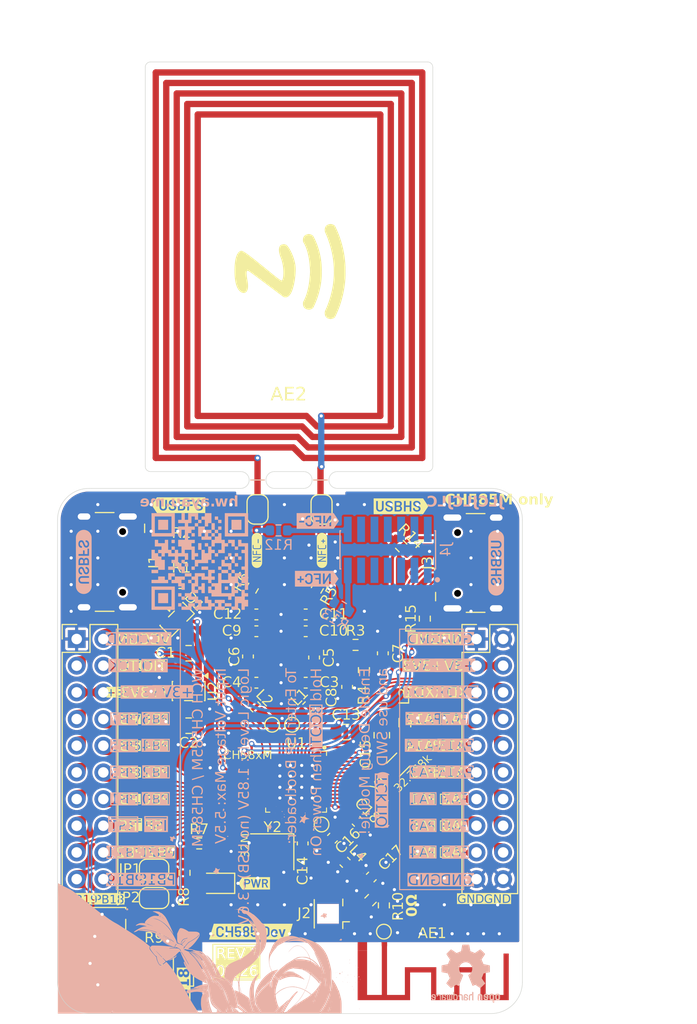
<source format=kicad_pcb>
(kicad_pcb
	(version 20241229)
	(generator "pcbnew")
	(generator_version "9.0")
	(general
		(thickness 1.6)
		(legacy_teardrops no)
	)
	(paper "A5")
	(title_block
		(date "2026-02-15")
		(rev "B")
	)
	(layers
		(0 "F.Cu" signal)
		(2 "B.Cu" signal)
		(9 "F.Adhes" user "F.Adhesive")
		(11 "B.Adhes" user "B.Adhesive")
		(13 "F.Paste" user)
		(15 "B.Paste" user)
		(5 "F.SilkS" user "F.Silkscreen")
		(7 "B.SilkS" user "B.Silkscreen")
		(1 "F.Mask" user)
		(3 "B.Mask" user)
		(17 "Dwgs.User" user "User.Drawings")
		(19 "Cmts.User" user "User.Comments")
		(21 "Eco1.User" user "User.Eco1")
		(23 "Eco2.User" user "User.Eco2")
		(25 "Edge.Cuts" user)
		(27 "Margin" user)
		(31 "F.CrtYd" user "F.Courtyard")
		(29 "B.CrtYd" user "B.Courtyard")
		(35 "F.Fab" user)
		(33 "B.Fab" user)
		(39 "User.1" user)
		(41 "User.2" user)
		(43 "User.3" user)
		(45 "User.4" user)
	)
	(setup
		(stackup
			(layer "F.SilkS"
				(type "Top Silk Screen")
			)
			(layer "F.Paste"
				(type "Top Solder Paste")
			)
			(layer "F.Mask"
				(type "Top Solder Mask")
				(thickness 0.01)
			)
			(layer "F.Cu"
				(type "copper")
				(thickness 0.035)
			)
			(layer "dielectric 1"
				(type "core")
				(thickness 1.51)
				(material "FR4")
				(epsilon_r 4.5)
				(loss_tangent 0.02)
			)
			(layer "B.Cu"
				(type "copper")
				(thickness 0.035)
			)
			(layer "B.Mask"
				(type "Bottom Solder Mask")
				(thickness 0.01)
			)
			(layer "B.Paste"
				(type "Bottom Solder Paste")
			)
			(layer "B.SilkS"
				(type "Bottom Silk Screen")
			)
			(copper_finish "None")
			(dielectric_constraints no)
		)
		(pad_to_mask_clearance 0)
		(allow_soldermask_bridges_in_footprints no)
		(tenting front back)
		(grid_origin 30 114.5)
		(pcbplotparams
			(layerselection 0x00000000_00000000_55555555_ff5fffff)
			(plot_on_all_layers_selection 0x00000000_00000000_00000000_00000000)
			(disableapertmacros no)
			(usegerberextensions yes)
			(usegerberattributes yes)
			(usegerberadvancedattributes yes)
			(creategerberjobfile no)
			(dashed_line_dash_ratio 12.000000)
			(dashed_line_gap_ratio 3.000000)
			(svgprecision 4)
			(plotframeref no)
			(mode 1)
			(useauxorigin no)
			(hpglpennumber 1)
			(hpglpenspeed 20)
			(hpglpendiameter 15.000000)
			(pdf_front_fp_property_popups yes)
			(pdf_back_fp_property_popups yes)
			(pdf_metadata yes)
			(pdf_single_document no)
			(dxfpolygonmode yes)
			(dxfimperialunits yes)
			(dxfusepcbnewfont yes)
			(psnegative no)
			(psa4output no)
			(plot_black_and_white no)
			(sketchpadsonfab no)
			(plotpadnumbers no)
			(hidednponfab no)
			(sketchdnponfab yes)
			(crossoutdnponfab yes)
			(subtractmaskfromsilk no)
			(outputformat 5)
			(mirror no)
			(drillshape 0)
			(scaleselection 1)
			(outputdirectory "out/")
		)
	)
	(property "SHEETTOTAL" "1")
	(net 0 "")
	(net 1 "GND")
	(net 2 "Net-(AE1-Pad1)")
	(net 3 "+3V3")
	(net 4 "Net-(C3-Pad1)")
	(net 5 "Net-(C4-Pad2)")
	(net 6 "Net-(C11-Pad1)")
	(net 7 "Net-(C10-Pad2)")
	(net 8 "Net-(C7-Pad2)")
	(net 9 "/NFCI")
	(net 10 "/NFCM")
	(net 11 "Net-(U1-VINTA)")
	(net 12 "Net-(U1-VDCIA)")
	(net 13 "Net-(U1-ANT)")
	(net 14 "VCC")
	(net 15 "VBUS")
	(net 16 "Net-(D2-A)")
	(net 17 "Net-(D3-K)")
	(net 18 "Net-(D4-K)")
	(net 19 "/UD+")
	(net 20 "unconnected-(J1-SBU2-PadB8)")
	(net 21 "/UD-")
	(net 22 "Net-(J1-CC1)")
	(net 23 "Net-(J1-CC2)")
	(net 24 "unconnected-(J1-SBU1-PadA8)")
	(net 25 "/ANT+")
	(net 26 "/ANT-")
	(net 27 "unconnected-(J4-Pin_11-Pad11)")
	(net 28 "unconnected-(J4-Pin_1-Pad1)")
	(net 29 "unconnected-(J4-Pin_10-Pad10)")
	(net 30 "unconnected-(J4-Pin_9-Pad9)")
	(net 31 "unconnected-(J4-Pin_12-Pad12)")
	(net 32 "unconnected-(J4-Pin_7-Pad7)")
	(net 33 "unconnected-(J4-Pin_3-Pad3)")
	(net 34 "unconnected-(J4-Pin_5-Pad5)")
	(net 35 "unconnected-(J4-Pin_4-Pad4)")
	(net 36 "unconnected-(J4-Pin_6-Pad6)")
	(net 37 "unconnected-(J4-Pin_8-Pad8)")
	(net 38 "unconnected-(J4-Pin_2-Pad2)")
	(net 39 "/TXD1")
	(net 40 "/RXD1")
	(net 41 "Net-(J2-In)")
	(net 42 "/TCK")
	(net 43 "/TIO")
	(net 44 "/PB18")
	(net 45 "Net-(JP1-A)")
	(net 46 "Net-(JP2-B)")
	(net 47 "/PB19")
	(net 48 "/NFC+")
	(net 49 "/NFC-")
	(net 50 "Net-(U1-VSW)")
	(net 51 "/~{ISP}")
	(net 52 "/~{RST}")
	(net 53 "/PB0")
	(net 54 "/PB6")
	(net 55 "/PB2")
	(net 56 "/PB5")
	(net 57 "/PB3")
	(net 58 "/PA3")
	(net 59 "/PA13")
	(net 60 "Net-(U1-X32MO)")
	(net 61 "/PB21")
	(net 62 "/UD2+")
	(net 63 "/PB7")
	(net 64 "/PB20")
	(net 65 "/PA5")
	(net 66 "/PA7")
	(net 67 "/PA14")
	(net 68 "/PA2")
	(net 69 "/PA4")
	(net 70 "/PA0")
	(net 71 "/PB4")
	(net 72 "Net-(U1-PA10)")
	(net 73 "/UD2-")
	(net 74 "/PA1")
	(net 75 "/PA6")
	(net 76 "Net-(U1-X32MI)")
	(net 77 "/PB1")
	(net 78 "/PA12")
	(net 79 "/PA15")
	(net 80 "Net-(U1-PA11)")
	(net 81 "unconnected-(U2-NC-Pad4)")
	(net 82 "Net-(C17-Pad1)")
	(net 83 "Net-(J4-Pin_13)")
	(net 84 "Net-(J4-Pin_14)")
	(net 85 "+5V")
	(net 86 "Net-(JP4-B)")
	(net 87 "Net-(JP3-B)")
	(net 88 "Net-(J3-CC2)")
	(net 89 "unconnected-(J3-SBU2-PadB8)")
	(net 90 "Net-(J3-CC1)")
	(net 91 "unconnected-(J3-SBU1-PadA8)")
	(footprint "Capacitor_SMD:C_0603_1608Metric" (layer "F.Cu") (at 53.36 98.3 -90))
	(footprint "Jumper:SolderJumper-2_P1.3mm_Open_RoundedPad1.0x1.5mm" (layer "F.Cu") (at 39.2 103.5))
	(footprint "Resistor_SMD:R_0603_1608Metric" (layer "F.Cu") (at 62.75 70 135))
	(footprint "Resistor_SMD:R_0603_1608Metric" (layer "F.Cu") (at 42.1 101.1 -90))
	(footprint "Resistor_SMD:R_0603_1608Metric" (layer "F.Cu") (at 48.56 74 60))
	(footprint "Capacitor_SMD:C_0603_1608Metric" (layer "F.Cu") (at 53.65 83 180))
	(footprint "Miiine:TS3425PA" (layer "F.Cu") (at 34.3 106.1))
	(footprint "Resistor_SMD:R_0603_1608Metric" (layer "F.Cu") (at 39.2 105.9 180))
	(footprint "Capacitor_SMD:C_0603_1608Metric" (layer "F.Cu") (at 53.65 78.1 180))
	(footprint "Resistor_SMD:R_0603_1608Metric" (layer "F.Cu") (at 43.5 98.3))
	(footprint "Resistor_SMD:R_0603_1608Metric" (layer "F.Cu") (at 61.1 104.2 -90))
	(footprint "Connector_PinHeader_2.54mm:PinHeader_2x10_P2.54mm_Vertical" (layer "F.Cu") (at 31.825 78.84))
	(footprint "Capacitor_SMD:C_0603_1608Metric" (layer "F.Cu") (at 48.95 78.1 180))
	(footprint "TestPoint:TestPoint_Pad_D1.0mm" (layer "F.Cu") (at 50.45 87))
	(footprint "Capacitor_SMD:C_0805_2012Metric" (layer "F.Cu") (at 42.493449 87.093449 180))
	(footprint "kibuzzard-697F88F7" (layer "F.Cu") (at 62.73 66.2))
	(footprint "kibuzzard-697F890A" (layer "F.Cu") (at 41.53 66.1))
	(footprint "Capacitor_SMD:C_0603_1608Metric" (layer "F.Cu") (at 53.65 76.5 180))
	(footprint "Capacitor_SMD:C_0603_1608Metric"
		(layer "F.Cu")
		(uuid "4a304f16-0b4b-41b0-9a4a-75c206df4fd9")
		(at 61 80.2 90)
		(descr "Capacitor SMD 0603 (1608 Metric), square (rectangular) end terminal, IPC-7351 nominal, (Body size source: IPC-SM-782 page 76, https://www.pcb-3d.com/wordpress/wp-content/uploads/ipc-sm-782a_amendment_1_and_2.pdf), generated with kicad-footprint-generator")
		(tags "capacitor")
		(property "Reference" "C7"
			(at 0 1.5 90)
			(layer "F.SilkS")
			(uuid "7c91e6d1-108d-4b3b-88ed-14a7c2abf71a")
			(effects
				(font
					(face "DIN Mittelschrift Std")
					(size 1 1)
					(thickness 0.15)
				)
			)
			(render_cache "C7" 90
				(polygon
					(pts
						(xy 62.636135 80.307039) (xy 62.668736 80.324515) (xy 62.696928 80.344218) (xy 62.719226 80.364578)
						(xy 62.737622 80.386815) (xy 62.751536 80.409805) (xy 62.761831 80.434457) (xy 62.771436 80.488149)
						(xy 62.771629 80.497487) (xy 62.764418 80.552585) (xy 62.743863 80.600624) (xy 62.711375 80.640799)
						(xy 62.698967 80.651482) (xy 62.657865 80.678086) (xy 62.633167 80.687176) (xy 62.601416 80.693822)
						(xy 62.500107 80.700979) (xy 62.416805 80.701857) (xy 62.29704 80.699666) (xy 62.222094 80.692144)
						(xy 62.192665 80.684812) (xy 62.169378 80.674951) (xy 62.134583 80.651482) (xy 62.11407 80.632713)
						(xy 62.095649 80.609884) (xy 62.081656 80.585866) (xy 62.07089 80.558624) (xy 62.064508 80.531055)
						(xy 62.061946 80.50087) (xy 62.06192 80.497487) (xy 62.069298 80.44412) (xy 62.090844 80.395503)
						(xy 62.125724 80.353378) (xy 62.172003 80.320937) (xy 62.20584 80.307039) (xy 62.20584 80.147487)
						(xy 62.131144 80.169538) (xy 62.096268 80.185892) (xy 62.063429 80.205641) (xy 62.033377 80.228296)
						(xy 62.005903 80.254009) (xy 61.981892 80.281905) (xy 61.96089 80.312489) (xy 61.943645 80.344642)
						(xy 61.929749 80.379126) (xy 61.919684 80.41482) (xy 61.913259 80.452537) (xy 61.910673 80.497487)
						(xy 61.918024 80.572237) (xy 61.939408 80.641216) (xy 61.973993 80.703849) (xy 62.020559 80.758421)
						(xy 62.076162 80.801657) (xy 62.089825 80.809629) (xy 62.122324 80.826049) (xy 62.158622 80.838167)
						(xy 62.209099 80.846413) (xy 62.284136 80.851216) (xy 62.416805 80.853044) (xy 62.556542 80.85095)
						(xy 62.643175 80.844114) (xy 62.67908 80.837123) (xy 62.707122 80.827785) (xy 62.743724 80.809629)
						(xy 62.773457 80.791027) (xy 62.80276 80.767825) (xy 62.829705 80.741288) (xy 62.854675 80.710687)
						(xy 62.875353 80.67882) (xy 62.893063 80.643618) (xy 62.906244 80.608227) (xy 62.915891 80.570111)
						(xy 62.922815 80.497487) (xy 62.920869 80.456912) (xy 62.915064 80.417754) (xy 62.905663 80.380915)
						(xy 62.892637 80.345855) (xy 62.876409 80.313436) (xy 62.856791 80.283115) (xy 62.834275 80.255576)
						(xy 62.808574 80.23043) (xy 62.780114 80.208127) (xy 62.748628 80.188511) (xy 62.714346 80.171839)
						(xy 62.677149 80.158173) (xy 62.636135 80.147487)
					)
				)
				(polygon
					(pts
						(xy 62.205474 80.075374) (xy 62.205474 79.932614) (xy 62.06131 79.932614) (xy 62.06131 79.667977)
						(xy 62.915 80.005399) (xy 62.915 79.845786) (xy 62.06131 79.508365) (xy 61.918489 79.508365) (xy 61.918489 80.075374)
					)
				)
			)
		)
		(property "Value" "10n"
			(at 0 1.43 90)
			(layer "F.Fab")
			(uuid "39f046b1-244d-4756-b973-4fcac2ce0409")
			(effects
				(font
					(size 1 1)
					(thickness 0.15)
				)
			)
		)
		(property "Datasheet" "~"
			(at 0 0 90)
			(layer "F.Fab")
			(hide yes)
			(uuid "095bc88f-c2fd-4f2b-97e7-3e88a89049f9")
			(effects
				(font
					(size 1.27 1.27)
					(thickness 0.15)
				)
			)
		)
		(property "Description" "Unpolarized capacitor, small symbol"
			(at 0 0 90)
			(layer "F.Fab")
			(hide yes)
			(uuid "217a06da-84ce-4cf5-a620-8d59df17c58b")
			(effects
				(font
					(size 1.27 1.27)
					(thickness 0.15)
				)
			)
		)
		(property ki_fp_filters "C_*")
		(path "/6510e5a0-534e-4cd5-b078-f7a0e3895fde")
		(sheetname "/")
		(sheetfile "ch585_dev.kicad_sch")
		(attr smd)
		(fp_line
			(start -0.140581 -0.51)
			(end 0.140581 -0.51)
			(stroke
				(width 0.12)
				(type solid)
			)
			(layer "F.SilkS")
			(uuid
... [2592503 chars truncated]
</source>
